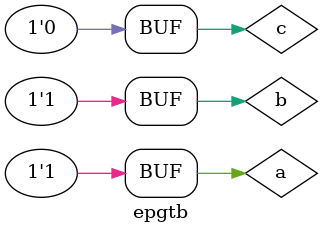
<source format=v>
module epgtb;
reg a,b,c;
wire p;
epg h(.a(a),.b(b),.c(c),.p(p));
initial begin
$dumpfile("pg.vcd");
$dumpvars;
$monitor($time,"a=%b,b=%b,c=%b,p=%b",a,b,c,p);
a=0;b=0;c=0;
#5a=0; b=0; c=0;
#5a=0; b=0; c=1;
#5a=0; b=1; c=0;
#5a=0; b=1; c=1;
#5a=1; b=0; c=1;
#5a=1; b=0; c=0;
#5a=1; b=1; c=1;
#5a=1; b=1; c=0;
end
endmodule

</source>
